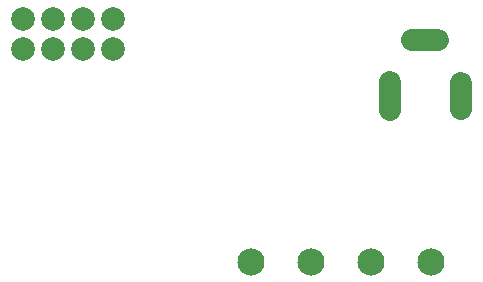
<source format=gbs>
G04 Layer: BottomSolderMaskLayer*
G04 EasyEDA v6.4.20.6, 2021-08-18T22:01:06+01:00*
G04 0f83d257b5034ebfbbe3f03d496d4c61,10*
G04 Gerber Generator version 0.2*
G04 Scale: 100 percent, Rotated: No, Reflected: No *
G04 Dimensions in millimeters *
G04 leading zeros omitted , absolute positions ,4 integer and 5 decimal *
%FSLAX45Y45*%
%MOMM*%

%ADD17C,1.9016*%
%ADD19C,2.3016*%
%ADD20C,2.0032*%

%LPD*%
D17*
X5719800Y7809621D02*
G01*
X5719800Y7569621D01*
X6319799Y7579621D02*
G01*
X6319799Y7799621D01*
X6129825Y8159953D02*
G01*
X5909825Y8159953D01*
D19*
G01*
X4546600Y6286500D03*
G01*
X5054600Y6286500D03*
G01*
X5562600Y6286500D03*
G01*
X6070600Y6286500D03*
D20*
G01*
X3378200Y8089900D03*
G01*
X3124200Y8089900D03*
G01*
X2870200Y8089900D03*
G01*
X2616200Y8089900D03*
G01*
X2616200Y8343900D03*
G01*
X2870200Y8343900D03*
G01*
X3124200Y8343900D03*
G01*
X3378200Y8343900D03*
M02*

</source>
